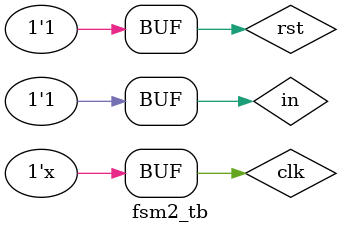
<source format=v>
module fsm2		
( input clk, rst,
  input in,
  output z
);

parameter A = 2'd0;		// parameters used as alias for states representation
parameter B = 2'd1;
parameter C = 2'd2;

// Nextstate and State
reg [1:0] state, nstate;	// Only requires two bits for 3 states

// Separate Combinational -> Output
assign z = (state == A) ? 1'b0 : (state == B) ? 1'b0 : 1'b1;

// Sequential -> State Register
always @(posedge clk, negedge rst) begin
	if (~rst) begin
		state <= A;
	end
	
	else begin
		state <= nstate;
	end
end

// Combinational -> Nextstate Logics 
always @(*) begin
	case (state)
		A: begin
			if (in == 1'b0) begin
				nstate = A;
			end
			
			else begin
				nstate = B;
			end
			end
		
		B: begin
			if (in == 1'b0) begin
				nstate = C;
			end
			
			else begin
				nstate = B;
			end
			end
		
		C:	begin
			if (in == 1'b0) begin
				nstate = A;
			end
			
			else begin
				nstate = B;
			end
			end
		
		default:	begin
					end
	
	endcase
end

endmodule

/////////////////////////////////////////

module fsm2_tb();

reg clk, rst;
reg in;
wire z;

fsm2 FSM2_TB (clk, rst, in, z);

initial begin
    clk = 1'b0;
    rst = 1'b0;
	 in  = 1'b0;
end

always begin
    #50
    clk = ~clk;
end

initial begin
    #100
    rst = 1'b1;
    #50
    in = 1'b1;
	 #100
	 in = 1'b1;
	 #100
	 in = 1'b0;
	 #100
	 in = 1'b1;
	 #100
	 in = 1'b0;
	 #100
	 in = 1'b0;
	 #100
	 in = 1'b1;
	 #100
	 in = 1'b0;
	 #100
	 in = 1'b1;
	 #200;
end

endmodule

</source>
